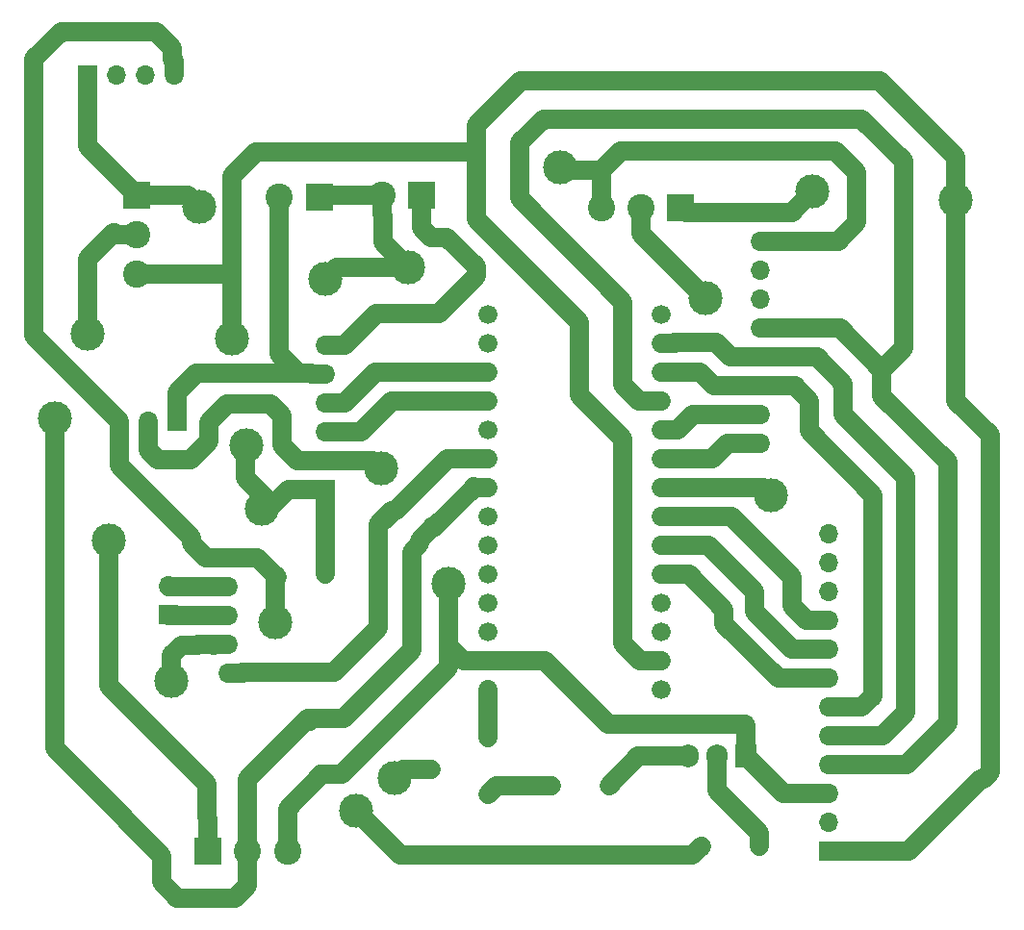
<source format=gbr>
G04 #@! TF.GenerationSoftware,KiCad,Pcbnew,5.1.4-e60b266~84~ubuntu18.04.1*
G04 #@! TF.CreationDate,2019-11-02T11:50:51-04:00*
G04 #@! TF.ProjectId,ib4,6962342e-6b69-4636-9164-5f7063625858,rev?*
G04 #@! TF.SameCoordinates,PXbbaee0PY46dba60*
G04 #@! TF.FileFunction,Copper,L4,Bot*
G04 #@! TF.FilePolarity,Positive*
%FSLAX46Y46*%
G04 Gerber Fmt 4.6, Leading zero omitted, Abs format (unit mm)*
G04 Created by KiCad (PCBNEW 5.1.4-e60b266~84~ubuntu18.04.1) date 2019-11-02 11:50:51*
%MOMM*%
%LPD*%
G04 APERTURE LIST*
%ADD10R,1.300000X1.300000*%
%ADD11C,1.300000*%
%ADD12C,1.676400*%
%ADD13R,1.700000X1.700000*%
%ADD14O,1.700000X1.700000*%
%ADD15R,2.400000X2.400000*%
%ADD16C,2.400000*%
%ADD17R,1.905000X2.000000*%
%ADD18O,1.905000X2.000000*%
%ADD19C,1.600000*%
%ADD20O,1.600000X1.600000*%
%ADD21C,3.000000*%
%ADD22C,1.700000*%
G04 APERTURE END LIST*
D10*
X44200000Y12500000D03*
D11*
X44200000Y17500000D03*
X39200000Y14770000D03*
D12*
X44193800Y54794600D03*
X44193800Y52254600D03*
X44193800Y49714600D03*
X44193800Y47174600D03*
X44193800Y44634600D03*
X44193800Y42094600D03*
X44193800Y39554600D03*
X44193800Y37014600D03*
X44193800Y34474600D03*
X44193800Y31934600D03*
X44193800Y29394600D03*
X44193800Y26854600D03*
X44193800Y24314600D03*
X44193800Y21774600D03*
X59433800Y21774600D03*
X59433800Y24314600D03*
X59433800Y26854600D03*
X59433800Y29394600D03*
X59433800Y31934600D03*
X59433800Y34474600D03*
X59433800Y37014600D03*
X59433800Y39554600D03*
X59433800Y42094600D03*
X59433800Y44634600D03*
X59433800Y47174600D03*
X59433800Y49714600D03*
X59433800Y52254600D03*
X59433800Y54794600D03*
D13*
X16100000Y28400000D03*
D14*
X16100000Y30940000D03*
D15*
X13300000Y65300000D03*
D16*
X13300000Y61800000D03*
X13300000Y58300000D03*
X26600000Y7500000D03*
X23100000Y7500000D03*
D15*
X19600000Y7500000D03*
D16*
X54200000Y64200000D03*
X57700000Y64200000D03*
D15*
X61200000Y64200000D03*
D17*
X66900000Y15900000D03*
D18*
X64360000Y15900000D03*
X61820000Y15900000D03*
D19*
X68100000Y8000000D03*
D20*
X63020000Y8000000D03*
X54880000Y13300000D03*
D19*
X49800000Y13300000D03*
D13*
X21400000Y33400000D03*
D14*
X21400000Y30860000D03*
X21400000Y28320000D03*
X21400000Y25780000D03*
X21400000Y23240000D03*
D13*
X68200000Y63750000D03*
D14*
X68200000Y61210000D03*
X68200000Y58670000D03*
X68200000Y56130000D03*
X68200000Y53590000D03*
X68200000Y51050000D03*
X68200000Y48510000D03*
X68200000Y45970000D03*
X68200000Y43430000D03*
D16*
X34900000Y65300000D03*
D15*
X38400000Y65300000D03*
X29400000Y65100000D03*
D16*
X25900000Y65100000D03*
D13*
X16900000Y45400000D03*
D14*
X14360000Y45400000D03*
X11820000Y45400000D03*
D13*
X74200000Y7500000D03*
D14*
X74200000Y10040000D03*
X74200000Y12580000D03*
X74200000Y15120000D03*
X74200000Y17660000D03*
X74200000Y20200000D03*
X74200000Y22740000D03*
X74200000Y25280000D03*
X74200000Y27820000D03*
X74200000Y30360000D03*
X74200000Y32900000D03*
X74200000Y35440000D03*
D13*
X29900000Y39400000D03*
D14*
X29900000Y41940000D03*
X29900000Y44480000D03*
X29900000Y47020000D03*
X29900000Y49560000D03*
X29900000Y52100000D03*
D13*
X9000000Y75900000D03*
D14*
X11540000Y75900000D03*
X14080000Y75900000D03*
X16620000Y75900000D03*
D19*
X29900000Y31900000D03*
D20*
X29900000Y19200000D03*
D21*
X50600000Y67700000D03*
X37200000Y58900000D03*
X29900000Y57900000D03*
X34800000Y41200000D03*
X40800000Y31100000D03*
X18800000Y64300000D03*
X72800000Y65600000D03*
X85400000Y64900000D03*
X21700000Y52700000D03*
X23000000Y43300000D03*
X10900000Y34900000D03*
X24300000Y37700000D03*
X16400000Y22500000D03*
X32600000Y11100000D03*
X69100000Y38900000D03*
X63400000Y56200000D03*
X9000000Y53100000D03*
X6100000Y45600000D03*
X25500000Y27700000D03*
X36000000Y14000000D03*
D22*
X54200000Y67500000D02*
X54200000Y64200000D01*
X68200000Y61210000D02*
X75010000Y61210000D01*
X76700000Y67300000D02*
X74800000Y69200000D01*
X76700000Y62900000D02*
X76700000Y67300000D01*
X74800000Y69200000D02*
X55900000Y69200000D01*
X75010000Y61210000D02*
X76700000Y62900000D01*
X55900000Y69200000D02*
X54200000Y67500000D01*
X70220000Y12580000D02*
X66900000Y15900000D01*
X74200000Y12580000D02*
X70220000Y12580000D01*
X54200000Y67500000D02*
X50800000Y67500000D01*
X50800000Y67500000D02*
X50600000Y67700000D01*
X29600000Y65300000D02*
X29400000Y65100000D01*
X34900000Y65300000D02*
X29600000Y65300000D01*
X34900000Y63602944D02*
X35000000Y63502944D01*
X34900000Y65300000D02*
X34900000Y63602944D01*
X35000000Y63502944D02*
X35000000Y61100000D01*
X35000000Y61100000D02*
X37200000Y58900000D01*
X66900000Y18600000D02*
X66800000Y18700000D01*
X66900000Y15900000D02*
X66900000Y18600000D01*
X66800000Y18700000D02*
X54800000Y18700000D01*
X49185400Y24314600D02*
X44193800Y24314600D01*
X54800000Y18700000D02*
X49185400Y24314600D01*
X14360000Y42840000D02*
X14360000Y45400000D01*
X15200000Y42000000D02*
X14360000Y42840000D01*
X28697919Y41940000D02*
X28657919Y41900000D01*
X29900000Y41940000D02*
X28697919Y41940000D01*
X28657919Y41900000D02*
X27500000Y41900000D01*
X27500000Y41900000D02*
X26100000Y43300000D01*
X26100000Y43300000D02*
X26100000Y45900000D01*
X26100000Y45900000D02*
X25100000Y46900000D01*
X25100000Y46900000D02*
X21300000Y46900000D01*
X21300000Y46900000D02*
X19700000Y45300000D01*
X19700000Y45300000D02*
X19700000Y43600000D01*
X18100000Y42000000D02*
X15200000Y42000000D01*
X19700000Y43600000D02*
X18100000Y42000000D01*
X37200000Y58900000D02*
X30900000Y58900000D01*
X30900000Y58900000D02*
X29900000Y57900000D01*
X29900000Y41940000D02*
X34060000Y41940000D01*
X34060000Y41940000D02*
X34800000Y41200000D01*
X43008407Y24314600D02*
X42993807Y24300000D01*
X44193800Y24314600D02*
X43008407Y24314600D01*
X42993807Y24300000D02*
X42300000Y24300000D01*
X21400000Y30860000D02*
X16120000Y30860000D01*
X42993807Y24300000D02*
X42100000Y24300000D01*
X42100000Y24300000D02*
X40800000Y25600000D01*
X40800000Y25600000D02*
X40800000Y31100000D01*
X9000000Y69600000D02*
X9000000Y75900000D01*
X13300000Y65300000D02*
X9000000Y69600000D01*
X13300000Y65300000D02*
X17800000Y65300000D01*
X17800000Y65300000D02*
X18800000Y64300000D01*
X40800000Y25600000D02*
X40800000Y23700000D01*
X40800000Y23700000D02*
X31400000Y14300000D01*
X31400000Y14300000D02*
X29500000Y14300000D01*
X29500000Y14300000D02*
X29500000Y14200000D01*
X29500000Y14200000D02*
X26600000Y11300000D01*
X26600000Y11300000D02*
X26600000Y7500000D01*
X68200000Y48510000D02*
X64090000Y48510000D01*
X62885400Y49714600D02*
X59433800Y49714600D01*
X64090000Y48510000D02*
X62885400Y49714600D01*
X69402081Y48510000D02*
X69412081Y48500000D01*
X68200000Y48510000D02*
X69402081Y48510000D01*
X69412081Y48500000D02*
X71200000Y48500000D01*
X71200000Y48500000D02*
X72500000Y47200000D01*
X72500000Y47200000D02*
X72500000Y44500000D01*
X72500000Y44500000D02*
X78100000Y38900000D01*
X78100000Y38900000D02*
X78100000Y21200000D01*
X77100000Y20200000D02*
X74200000Y20200000D01*
X78100000Y21200000D02*
X77100000Y20200000D01*
X60619193Y52254600D02*
X60664593Y52300000D01*
X59433800Y52254600D02*
X60619193Y52254600D01*
X60664593Y52300000D02*
X64300000Y52300000D01*
X65550000Y51050000D02*
X68200000Y51050000D01*
X64300000Y52300000D02*
X65550000Y51050000D01*
X68200000Y51050000D02*
X73150000Y51050000D01*
X73150000Y51050000D02*
X75500000Y48700000D01*
X75500000Y48700000D02*
X75500000Y46000000D01*
X75500000Y46000000D02*
X81000000Y40500000D01*
X81000000Y40500000D02*
X81000000Y19700000D01*
X78960000Y17660000D02*
X74200000Y17660000D01*
X81000000Y19700000D02*
X78960000Y17660000D01*
X75210000Y53590000D02*
X68200000Y53590000D01*
X78900000Y49900000D02*
X75210000Y53590000D01*
X78900000Y49900000D02*
X78900000Y47600000D01*
X78900000Y47600000D02*
X84700000Y41800000D01*
X84700000Y41800000D02*
X84700000Y18800000D01*
X81020000Y15120000D02*
X74200000Y15120000D01*
X84700000Y18800000D02*
X81020000Y15120000D01*
X57525400Y47174600D02*
X59433800Y47174600D01*
X56100000Y48600000D02*
X57525400Y47174600D01*
X56100000Y55900000D02*
X56100000Y48600000D01*
X80800000Y51800000D02*
X80800000Y68300000D01*
X78900000Y49900000D02*
X80800000Y51800000D01*
X47000000Y65000000D02*
X56100000Y55900000D01*
X80800000Y68300000D02*
X77100000Y72000000D01*
X77100000Y72000000D02*
X49100000Y72000000D01*
X49100000Y72000000D02*
X47000000Y69900000D01*
X47000000Y69900000D02*
X47000000Y65000000D01*
X61650000Y63750000D02*
X61200000Y64200000D01*
X68200000Y63750000D02*
X61650000Y63750000D01*
X68200000Y63750000D02*
X70950000Y63750000D01*
X70950000Y63750000D02*
X72800000Y65600000D01*
X74200000Y7500000D02*
X76750000Y7500000D01*
X76750000Y7500000D02*
X81200000Y7500000D01*
X81200000Y7500000D02*
X87600000Y13900000D01*
X87600000Y13900000D02*
X87800000Y13900000D01*
X87800000Y13900000D02*
X88400000Y14500000D01*
X88400000Y14500000D02*
X88400000Y44200000D01*
X88400000Y44200000D02*
X85400000Y47200000D01*
X85400000Y47200000D02*
X85400000Y64900000D01*
X58248407Y24314600D02*
X59433800Y24314600D01*
X58233807Y24300000D02*
X58248407Y24314600D01*
X57600000Y24300000D02*
X58233807Y24300000D01*
X56100000Y25800000D02*
X57600000Y24300000D01*
X56100000Y43900000D02*
X56100000Y25800000D01*
X52300000Y47700000D02*
X56100000Y43900000D01*
X85400000Y68700000D02*
X78700000Y75400000D01*
X52300000Y54100000D02*
X52300000Y47700000D01*
X85400000Y64900000D02*
X85400000Y68700000D01*
X43200000Y63200000D02*
X52300000Y54100000D01*
X78700000Y75400000D02*
X47100000Y75400000D01*
X47100000Y75400000D02*
X43200000Y71500000D01*
X26700000Y39400000D02*
X25300000Y38000000D01*
X29900000Y39400000D02*
X26700000Y39400000D01*
X43200000Y69100000D02*
X43200000Y63200000D01*
X43200000Y71500000D02*
X43200000Y69100000D01*
X23800000Y69100000D02*
X21700000Y67000000D01*
X25300000Y38000000D02*
X22900000Y40400000D01*
X22900000Y40400000D02*
X22900000Y43200000D01*
X22900000Y43200000D02*
X23000000Y43300000D01*
X43200000Y69100000D02*
X23800000Y69100000D01*
X29900000Y31900000D02*
X29900000Y39400000D01*
X13300000Y58300000D02*
X14997056Y58300000D01*
X21700000Y67000000D02*
X21700000Y58300000D01*
X14997056Y58300000D02*
X21700000Y58300000D01*
X21700000Y58300000D02*
X21700000Y52700000D01*
X10900000Y24225998D02*
X10900000Y34900000D01*
X10900000Y22100000D02*
X10900000Y24225998D01*
X15800000Y17200000D02*
X10900000Y22100000D01*
X25300000Y38000000D02*
X24600000Y38000000D01*
X24600000Y38000000D02*
X24300000Y37700000D01*
X19600000Y10400000D02*
X19500000Y10500000D01*
X19600000Y7500000D02*
X19600000Y10400000D01*
X19500000Y13500000D02*
X15800000Y17200000D01*
X19500000Y10500000D02*
X19500000Y13500000D01*
X21400000Y28320000D02*
X16120000Y28320000D01*
X62220001Y7200001D02*
X37599999Y7200001D01*
X63020000Y8000000D02*
X62220001Y7200001D01*
X20197919Y25780000D02*
X20117919Y25700000D01*
X21400000Y25780000D02*
X20197919Y25780000D01*
X20197919Y25780000D02*
X18780000Y25780000D01*
X18780000Y25780000D02*
X18700000Y25700000D01*
X18700000Y25700000D02*
X17300000Y25700000D01*
X16400000Y24800000D02*
X16400000Y22500000D01*
X17300000Y25700000D02*
X16400000Y24800000D01*
X37599999Y7200001D02*
X36499999Y7200001D01*
X36499999Y7200001D02*
X32600000Y11100000D01*
X43008407Y42094600D02*
X43003007Y42100000D01*
X44193800Y42094600D02*
X43008407Y42094600D01*
X40694600Y42094600D02*
X36100000Y37500000D01*
X43008407Y42094600D02*
X40694600Y42094600D01*
X36100000Y37500000D02*
X35900000Y37500000D01*
X35100000Y36700000D02*
X35900000Y37500000D01*
X22602081Y23240000D02*
X21400000Y23240000D01*
X35800000Y37500000D02*
X34600000Y36300000D01*
X36100000Y37500000D02*
X35800000Y37500000D01*
X34600000Y36300000D02*
X34600000Y27200000D01*
X34600000Y27200000D02*
X30700000Y23300000D01*
X22662081Y23300000D02*
X22602081Y23240000D01*
X30700000Y23300000D02*
X22662081Y23300000D01*
X60619193Y31934600D02*
X60653793Y31900000D01*
X59433800Y31934600D02*
X60619193Y31934600D01*
X60653793Y31900000D02*
X61900000Y31900000D01*
X61900000Y31900000D02*
X65000000Y28800000D01*
X65000000Y28800000D02*
X65000000Y27500000D01*
X69760000Y22740000D02*
X74200000Y22740000D01*
X65000000Y27500000D02*
X69760000Y22740000D01*
X59433800Y39554600D02*
X68445400Y39554600D01*
X68445400Y39554600D02*
X69100000Y38900000D01*
X57700000Y64200000D02*
X57700000Y62502944D01*
X57700000Y62502944D02*
X57700000Y61900000D01*
X57700000Y61900000D02*
X63400000Y56200000D01*
X68200000Y43430000D02*
X65330000Y43430000D01*
X63994600Y42094600D02*
X59433800Y42094600D01*
X65330000Y43430000D02*
X63994600Y42094600D01*
X68200000Y45970000D02*
X62270000Y45970000D01*
X60934600Y44634600D02*
X59433800Y44634600D01*
X62270000Y45970000D02*
X60934600Y44634600D01*
X64360000Y12871370D02*
X64360000Y15900000D01*
X68100000Y8000000D02*
X68100000Y9131370D01*
X68100000Y9131370D02*
X64360000Y12871370D01*
X57480000Y15900000D02*
X54900000Y13320000D01*
X61820000Y15900000D02*
X57480000Y15900000D01*
X44200000Y21768400D02*
X44193800Y21774600D01*
X44200000Y17500000D02*
X44200000Y21768400D01*
X45000000Y13300000D02*
X44200000Y12500000D01*
X49800000Y13300000D02*
X45000000Y13300000D01*
X38400000Y62400000D02*
X39200000Y61600000D01*
X38400000Y65300000D02*
X38400000Y62400000D01*
X39200000Y61600000D02*
X40600000Y61600000D01*
X40600000Y61600000D02*
X43200000Y59000000D01*
X43200000Y59000000D02*
X43200000Y58200000D01*
X43200000Y58200000D02*
X39900000Y54900000D01*
X39900000Y54900000D02*
X34400000Y54900000D01*
X31600000Y52100000D02*
X29900000Y52100000D01*
X34400000Y54900000D02*
X31600000Y52100000D01*
X28697919Y49560000D02*
X29900000Y49560000D01*
X28657919Y49600000D02*
X28697919Y49560000D01*
X27600000Y49600000D02*
X28657919Y49600000D01*
X25900000Y65100000D02*
X25900000Y51300000D01*
X25900000Y51300000D02*
X27600000Y49600000D01*
X16900000Y47950000D02*
X16900000Y45400000D01*
X18550000Y49600000D02*
X16900000Y47950000D01*
X27600000Y49600000D02*
X18550000Y49600000D01*
X43008407Y39554600D02*
X42963007Y39600000D01*
X44193800Y39554600D02*
X43008407Y39554600D01*
X39600000Y36146193D02*
X43008407Y39554600D01*
X39600000Y36146193D02*
X39600000Y36100000D01*
X39446193Y36146193D02*
X38200000Y34900000D01*
X38200000Y34900000D02*
X38200000Y34600000D01*
X39600000Y36146193D02*
X39446193Y36146193D01*
X31500000Y19200000D02*
X29900000Y19200000D01*
X37500000Y25200000D02*
X31500000Y19200000D01*
X38200000Y34600000D02*
X37500000Y33900000D01*
X37500000Y33900000D02*
X37500000Y25200000D01*
X29900000Y19200000D02*
X28768630Y19200000D01*
X28768630Y19200000D02*
X28568630Y19000000D01*
X11602944Y61800000D02*
X11402944Y62000000D01*
X13300000Y61800000D02*
X11602944Y61800000D01*
X11402944Y62000000D02*
X11300000Y62000000D01*
X11300000Y62000000D02*
X9000000Y59700000D01*
X9000000Y59700000D02*
X9000000Y53100000D01*
X12300000Y10400000D02*
X6100000Y16600000D01*
X6100000Y16600000D02*
X6100000Y45600000D01*
X28768630Y19200000D02*
X28400000Y19200000D01*
X23100000Y13900000D02*
X23100000Y7500000D01*
X28400000Y19200000D02*
X23100000Y13900000D01*
X12300000Y10400000D02*
X12300000Y10300000D01*
X12300000Y10300000D02*
X15500000Y7100000D01*
X15500000Y7100000D02*
X15500000Y4800000D01*
X15500000Y4800000D02*
X16900000Y3400000D01*
X16900000Y3400000D02*
X22000000Y3400000D01*
X23100000Y4500000D02*
X23100000Y7500000D01*
X22000000Y3400000D02*
X23100000Y4500000D01*
X43008407Y49714600D02*
X42993807Y49700000D01*
X44193800Y49714600D02*
X43008407Y49714600D01*
X42993807Y49700000D02*
X34300000Y49700000D01*
X31620000Y47020000D02*
X29900000Y47020000D01*
X34300000Y49700000D02*
X31620000Y47020000D01*
X44193800Y47174600D02*
X35774600Y47174600D01*
X33080000Y44480000D02*
X29900000Y44480000D01*
X35774600Y47174600D02*
X33080000Y44480000D01*
X59433800Y37014600D02*
X65685400Y37014600D01*
X65685400Y37014600D02*
X71000000Y31700000D01*
X71000000Y31700000D02*
X71000000Y29100000D01*
X72280000Y27820000D02*
X74200000Y27820000D01*
X71000000Y29100000D02*
X72280000Y27820000D01*
X72997919Y25280000D02*
X72977919Y25300000D01*
X74200000Y25280000D02*
X72997919Y25280000D01*
X72977919Y25300000D02*
X71000000Y25300000D01*
X71000000Y25300000D02*
X67700000Y28600000D01*
X67700000Y28600000D02*
X67700000Y30400000D01*
X63625400Y34474600D02*
X59433800Y34474600D01*
X67700000Y30400000D02*
X63625400Y34474600D01*
X23950000Y33400000D02*
X25700000Y31650000D01*
X21400000Y33400000D02*
X23950000Y33400000D01*
X25500000Y31450000D02*
X25500000Y27700000D01*
X25700000Y31650000D02*
X25500000Y31450000D01*
X16620000Y77102081D02*
X16500000Y77222081D01*
X16620000Y75900000D02*
X16620000Y77102081D01*
X16500000Y77222081D02*
X16500000Y78200000D01*
X16500000Y78200000D02*
X15000000Y79700000D01*
X15000000Y79700000D02*
X6700000Y79700000D01*
X6700000Y79700000D02*
X4300000Y77300000D01*
X4300000Y52920000D02*
X11820000Y45400000D01*
X4300000Y77300000D02*
X4300000Y52920000D01*
X11820000Y45400000D02*
X11820000Y41480000D01*
X11820000Y41480000D02*
X18175000Y35125000D01*
X21400000Y33400000D02*
X19400000Y33400000D01*
X18175000Y34625000D02*
X18175000Y35125000D01*
X19400000Y33400000D02*
X18175000Y34625000D01*
X39200000Y14770000D02*
X36770000Y14770000D01*
X36770000Y14770000D02*
X36000000Y14000000D01*
M02*

</source>
